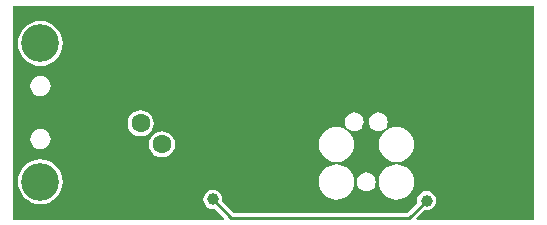
<source format=gbl>
%FSLAX25Y25*%
%MOIN*%
G70*
G01*
G75*
%ADD11R,0.05512X0.04724*%
%ADD12R,0.03543X0.01969*%
%ADD13O,0.03543X0.01969*%
%ADD14C,0.03100*%
%ADD15R,0.03000X0.03347*%
%ADD16R,0.03347X0.03000*%
%ADD17R,0.07874X0.04724*%
%ADD18R,0.07874X0.00591*%
%ADD19R,0.00591X0.07874*%
%ADD20C,0.03937*%
%ADD21R,0.05118X0.03543*%
%ADD22R,0.11024X0.06299*%
%ADD23R,0.02362X0.07874*%
%ADD24O,0.02362X0.07874*%
%ADD25C,0.00591*%
%ADD26C,0.00984*%
%ADD27C,0.01181*%
%ADD28C,0.01969*%
%ADD29C,0.01575*%
%ADD30C,0.03937*%
%ADD31C,0.03150*%
%ADD32P,0.08352X4X360.0*%
%ADD33C,0.06299*%
%ADD34C,0.12598*%
%ADD35C,0.02953*%
G36*
X175451Y1714D02*
X136276D01*
X136085Y2176D01*
X138898Y4989D01*
X139573Y4900D01*
X140395Y5008D01*
X141161Y5326D01*
X141819Y5830D01*
X142324Y6488D01*
X142641Y7255D01*
X142750Y8077D01*
X142641Y8899D01*
X142324Y9665D01*
X141819Y10323D01*
X141161Y10828D01*
X140395Y11145D01*
X139573Y11253D01*
X138751Y11145D01*
X137984Y10828D01*
X137327Y10323D01*
X136822Y9665D01*
X136504Y8899D01*
X136396Y8077D01*
X136485Y7401D01*
X133152Y4068D01*
X75116D01*
X71395Y7789D01*
X71484Y8465D01*
X71376Y9287D01*
X71058Y10053D01*
X70553Y10711D01*
X69895Y11216D01*
X69129Y11533D01*
X68307Y11641D01*
X67485Y11533D01*
X66719Y11216D01*
X66061Y10711D01*
X65556Y10053D01*
X65238Y9287D01*
X65130Y8465D01*
X65238Y7642D01*
X65556Y6876D01*
X66061Y6218D01*
X66719Y5713D01*
X67485Y5396D01*
X68307Y5288D01*
X68982Y5377D01*
X72183Y2176D01*
X71992Y1714D01*
X1714D01*
Y73089D01*
X175451D01*
Y1714D01*
D02*
G37*
%LPC*%
G36*
X119472Y17465D02*
X118655Y17358D01*
X117893Y17042D01*
X117239Y16540D01*
X116737Y15886D01*
X116422Y15124D01*
X116314Y14307D01*
X116422Y13490D01*
X116737Y12728D01*
X117239Y12074D01*
X117893Y11572D01*
X118655Y11257D01*
X119472Y11149D01*
X120290Y11257D01*
X121052Y11572D01*
X121706Y12074D01*
X122207Y12728D01*
X122523Y13490D01*
X122631Y14307D01*
X122523Y15124D01*
X122207Y15886D01*
X121706Y16540D01*
X121052Y17042D01*
X120290Y17358D01*
X119472Y17465D01*
D02*
G37*
G36*
X109472Y32691D02*
X108324Y32578D01*
X107221Y32244D01*
X106203Y31700D01*
X105312Y30968D01*
X104580Y30076D01*
X104036Y29059D01*
X103701Y27955D01*
X103588Y26807D01*
X103701Y25659D01*
X104036Y24555D01*
X104580Y23538D01*
X105312Y22646D01*
X106203Y21914D01*
X107221Y21371D01*
X108324Y21036D01*
X109472Y20923D01*
X110620Y21036D01*
X111724Y21371D01*
X112742Y21914D01*
X113633Y22646D01*
X114365Y23538D01*
X114909Y24555D01*
X115244Y25659D01*
X115357Y26807D01*
X115244Y27955D01*
X114909Y29059D01*
X114365Y30076D01*
X113633Y30968D01*
X112742Y31700D01*
X111724Y32244D01*
X110620Y32578D01*
X109472Y32691D01*
D02*
G37*
G36*
X129472D02*
X128324Y32578D01*
X127221Y32244D01*
X126203Y31700D01*
X125312Y30968D01*
X124580Y30076D01*
X124036Y29059D01*
X123701Y27955D01*
X123588Y26807D01*
X123701Y25659D01*
X124036Y24555D01*
X124580Y23538D01*
X125312Y22646D01*
X126203Y21914D01*
X127221Y21371D01*
X128324Y21036D01*
X129472Y20923D01*
X130620Y21036D01*
X131724Y21371D01*
X132742Y21914D01*
X133633Y22646D01*
X134365Y23538D01*
X134909Y24555D01*
X135244Y25659D01*
X135357Y26807D01*
X135244Y27955D01*
X134909Y29059D01*
X134365Y30076D01*
X133633Y30968D01*
X132742Y31700D01*
X131724Y32244D01*
X130620Y32578D01*
X129472Y32691D01*
D02*
G37*
G36*
X10827Y21887D02*
X9360Y21742D01*
X7950Y21314D01*
X6651Y20620D01*
X5512Y19685D01*
X4577Y18546D01*
X3882Y17246D01*
X3455Y15836D01*
X3310Y14370D01*
X3455Y12904D01*
X3882Y11494D01*
X4577Y10194D01*
X5512Y9055D01*
X6651Y8120D01*
X7950Y7426D01*
X9360Y6998D01*
X10827Y6854D01*
X12293Y6998D01*
X13703Y7426D01*
X15003Y8120D01*
X16142Y9055D01*
X17076Y10194D01*
X17771Y11494D01*
X18199Y12904D01*
X18343Y14370D01*
X18199Y15836D01*
X17771Y17246D01*
X17076Y18546D01*
X16142Y19685D01*
X15003Y20620D01*
X13703Y21314D01*
X12293Y21742D01*
X10827Y21887D01*
D02*
G37*
G36*
X109472Y20191D02*
X108324Y20078D01*
X107221Y19744D01*
X106203Y19200D01*
X105312Y18468D01*
X104580Y17576D01*
X104036Y16559D01*
X103701Y15455D01*
X103588Y14307D01*
X103701Y13159D01*
X104036Y12055D01*
X104580Y11038D01*
X105312Y10146D01*
X106203Y9414D01*
X107221Y8871D01*
X108324Y8536D01*
X109472Y8423D01*
X110620Y8536D01*
X111724Y8871D01*
X112742Y9414D01*
X113633Y10146D01*
X114365Y11038D01*
X114909Y12055D01*
X115244Y13159D01*
X115357Y14307D01*
X115244Y15455D01*
X114909Y16559D01*
X114365Y17576D01*
X113633Y18468D01*
X112742Y19200D01*
X111724Y19744D01*
X110620Y20078D01*
X109472Y20191D01*
D02*
G37*
G36*
X129472D02*
X128324Y20078D01*
X127221Y19744D01*
X126203Y19200D01*
X125312Y18468D01*
X124580Y17576D01*
X124036Y16559D01*
X123701Y15455D01*
X123588Y14307D01*
X123701Y13159D01*
X124036Y12055D01*
X124580Y11038D01*
X125312Y10146D01*
X126203Y9414D01*
X127221Y8871D01*
X128324Y8536D01*
X129472Y8423D01*
X130620Y8536D01*
X131724Y8871D01*
X132742Y9414D01*
X133633Y10146D01*
X134365Y11038D01*
X134909Y12055D01*
X135244Y13159D01*
X135357Y14307D01*
X135244Y15455D01*
X134909Y16559D01*
X134365Y17576D01*
X133633Y18468D01*
X132742Y19200D01*
X131724Y19744D01*
X130620Y20078D01*
X129472Y20191D01*
D02*
G37*
G36*
X123472Y37465D02*
X122655Y37358D01*
X121893Y37042D01*
X121239Y36540D01*
X120737Y35886D01*
X120422Y35124D01*
X120314Y34307D01*
X120422Y33490D01*
X120737Y32728D01*
X121239Y32074D01*
X121893Y31572D01*
X122655Y31257D01*
X123472Y31149D01*
X124290Y31257D01*
X125051Y31572D01*
X125706Y32074D01*
X126207Y32728D01*
X126523Y33490D01*
X126631Y34307D01*
X126523Y35124D01*
X126207Y35886D01*
X125706Y36540D01*
X125051Y37042D01*
X124290Y37358D01*
X123472Y37465D01*
D02*
G37*
G36*
X10827Y49635D02*
X9953Y49520D01*
X9139Y49183D01*
X8440Y48647D01*
X7904Y47947D01*
X7566Y47133D01*
X7451Y46260D01*
X7566Y45386D01*
X7904Y44572D01*
X8440Y43873D01*
X9139Y43337D01*
X9953Y43000D01*
X10827Y42884D01*
X11700Y43000D01*
X12514Y43337D01*
X13214Y43873D01*
X13750Y44572D01*
X14087Y45386D01*
X14202Y46260D01*
X14087Y47133D01*
X13750Y47947D01*
X13214Y48647D01*
X12514Y49183D01*
X11700Y49520D01*
X10827Y49635D01*
D02*
G37*
G36*
Y67950D02*
X9360Y67805D01*
X7950Y67377D01*
X6651Y66683D01*
X5512Y65748D01*
X4577Y64609D01*
X3882Y63310D01*
X3455Y61900D01*
X3310Y60433D01*
X3455Y58967D01*
X3882Y57557D01*
X4577Y56257D01*
X5512Y55118D01*
X6651Y54183D01*
X7950Y53489D01*
X9360Y53061D01*
X10827Y52917D01*
X12293Y53061D01*
X13703Y53489D01*
X15003Y54183D01*
X16142Y55118D01*
X17076Y56257D01*
X17771Y57557D01*
X18199Y58967D01*
X18343Y60433D01*
X18199Y61900D01*
X17771Y63310D01*
X17076Y64609D01*
X16142Y65748D01*
X15003Y66683D01*
X13703Y67377D01*
X12293Y67805D01*
X10827Y67950D01*
D02*
G37*
G36*
X115472Y37465D02*
X114655Y37358D01*
X113893Y37042D01*
X113239Y36540D01*
X112737Y35886D01*
X112422Y35124D01*
X112314Y34307D01*
X112422Y33490D01*
X112737Y32728D01*
X113239Y32074D01*
X113893Y31572D01*
X114655Y31257D01*
X115472Y31149D01*
X116290Y31257D01*
X117051Y31572D01*
X117706Y32074D01*
X118207Y32728D01*
X118523Y33490D01*
X118631Y34307D01*
X118523Y35124D01*
X118207Y35886D01*
X117706Y36540D01*
X117051Y37042D01*
X116290Y37358D01*
X115472Y37465D01*
D02*
G37*
G36*
X51347Y31171D02*
X50216Y31022D01*
X49163Y30586D01*
X48258Y29891D01*
X47564Y28987D01*
X47128Y27933D01*
X46979Y26803D01*
X47128Y25672D01*
X47564Y24619D01*
X48258Y23714D01*
X49163Y23020D01*
X50216Y22583D01*
X51347Y22435D01*
X52477Y22583D01*
X53531Y23020D01*
X54436Y23714D01*
X55130Y24619D01*
X55566Y25672D01*
X55715Y26803D01*
X55566Y27933D01*
X55130Y28987D01*
X54436Y29891D01*
X53531Y30586D01*
X52477Y31022D01*
X51347Y31171D01*
D02*
G37*
G36*
X10827Y31919D02*
X9953Y31804D01*
X9139Y31466D01*
X8440Y30930D01*
X7904Y30231D01*
X7566Y29417D01*
X7451Y28543D01*
X7566Y27670D01*
X7904Y26856D01*
X8440Y26157D01*
X9139Y25620D01*
X9953Y25283D01*
X10827Y25168D01*
X11700Y25283D01*
X12514Y25620D01*
X13214Y26157D01*
X13750Y26856D01*
X14087Y27670D01*
X14202Y28543D01*
X14087Y29417D01*
X13750Y30231D01*
X13214Y30930D01*
X12514Y31466D01*
X11700Y31804D01*
X10827Y31919D01*
D02*
G37*
G36*
X44276Y38242D02*
X43145Y38093D01*
X42092Y37657D01*
X41187Y36963D01*
X40493Y36058D01*
X40057Y35004D01*
X39908Y33874D01*
X40056Y32743D01*
X40493Y31690D01*
X41187Y30785D01*
X42092Y30091D01*
X43145Y29655D01*
X44276Y29506D01*
X45406Y29655D01*
X46460Y30091D01*
X47365Y30785D01*
X48059Y31690D01*
X48495Y32743D01*
X48644Y33874D01*
X48495Y35004D01*
X48059Y36058D01*
X47365Y36963D01*
X46460Y37657D01*
X45406Y38093D01*
X44276Y38242D01*
D02*
G37*
%LPD*%
D20*
X34646Y70669D02*
D03*
X17913Y5512D02*
D03*
X144691Y28346D02*
D03*
X70669Y58858D02*
D03*
X56299Y23228D02*
D03*
X68307Y8465D02*
D03*
X139573Y8077D02*
D03*
X132661Y44504D02*
D03*
D26*
X68307Y8465D02*
X74409Y2362D01*
X133858D01*
X139573Y8077D01*
D32*
X37205Y40945D02*
D03*
D33*
X44276Y33874D02*
D03*
X51347Y26803D02*
D03*
D34*
X10827Y14370D02*
D03*
Y60433D02*
D03*
D35*
X119488Y32480D02*
D03*
M02*

</source>
